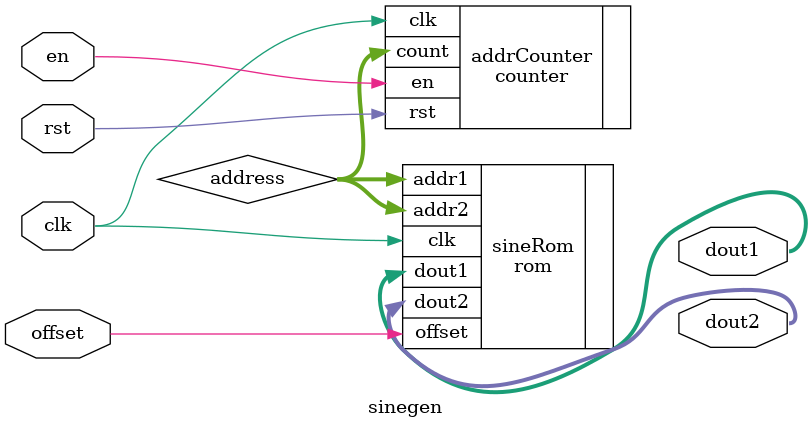
<source format=sv>
module sinegen #(
    parameter A_WIDTH = 8, D_WIDTH = 8, WIDTH = 8
)
(
    //interface signals
    input logic clk,    //clock
    input logic rst,    //reset
    input logic en,     //enable

    input logic offset, //ofset variable for add2

    //input logic  [WIDTH - 1:0] off, //offset for data2

    output logic [D_WIDTH - 1:0] dout1,   //output data
    output logic [D_WIDTH - 1:0] dout2   //output data
);

logic [A_WIDTH - 1:0] address; //interconnect wire from counter output to input of rom
//logic [A_WIDTH - 1:0] address; //doesnt allow for 2 connections?


counter addrCounter(
    .clk (clk),
    .rst (rst),
    .en (en),
    .count(address)
);

rom sineRom(
    .clk(clk),
    .addr1(address),
    .addr2(address),
    .dout1(dout1),
    .dout2(dout2),
    .offset(offset)
);


endmodule

</source>
